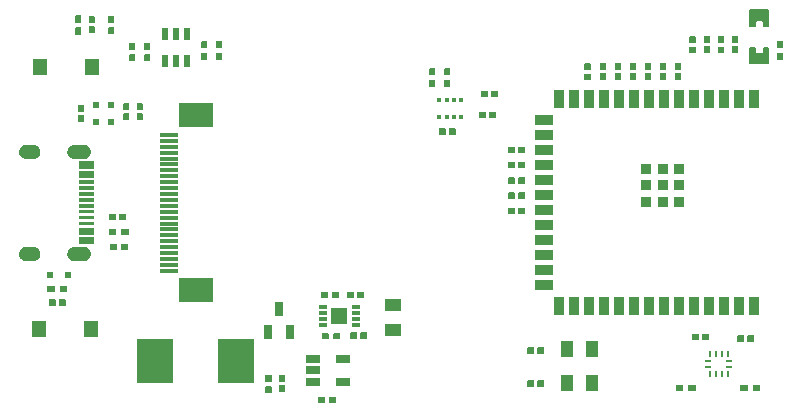
<source format=gtp>
G04 Layer: TopPasteMaskLayer*
G04 EasyEDA v6.5.23, 2023-06-17 09:45:11*
G04 36c83109d75f48428eebd667f423d1d4,0a61cb7f7b51421fbede6d33e3e5ec82,10*
G04 Gerber Generator version 0.2*
G04 Scale: 100 percent, Rotated: No, Reflected: No *
G04 Dimensions in inches *
G04 leading zeros omitted , absolute positions ,3 integer and 6 decimal *
%FSLAX36Y36*%
%MOIN*%

%AMMACRO1*21,1,$1,$2,0,0,$3*%
%ADD10R,0.0197X0.0110*%
%ADD11R,0.0110X0.0197*%
%ADD12R,0.0157X0.0161*%
%ADD13R,0.0179X0.0161*%
%ADD14R,0.1193X0.1504*%
%ADD15R,0.0236X0.0236*%
%ADD16MACRO1,0.0394X0.0551X90.0000*%
%ADD17R,0.0551X0.0394*%
%ADD18R,0.0394X0.0551*%
%ADD19R,0.0591X0.0118*%
%ADD20MACRO1,0.0118X0.0591X-90.0000*%
%ADD21R,0.1181X0.0787*%
%ADD22R,0.0354X0.0591*%
%ADD23R,0.0591X0.0354*%
%ADD24R,0.0354X0.0354*%
%ADD25MACRO1,0.0262X0.011X0.0000*%
%ADD26MACRO1,0.0512X0.0551X0.0000*%
%ADD27R,0.0276X0.0492*%
%ADD28MACRO1,0.0245X0.0435X-90.0000*%
%ADD29R,0.0209X0.0422*%
%ADD30MACRO1,0.0535X0.0484X-90.0000*%
%ADD31R,0.0484X0.0535*%
%ADD32R,0.0145X0.0535*%

%LPD*%
G36*
X2729840Y1460820D02*
G01*
X2727880Y1458860D01*
X2727880Y1441140D01*
X2729840Y1439180D01*
X2750700Y1439180D01*
X2752679Y1441140D01*
X2752679Y1458860D01*
X2750700Y1460820D01*
G37*
G36*
X2689300Y1460820D02*
G01*
X2687320Y1458860D01*
X2687320Y1441140D01*
X2689300Y1439180D01*
X2710160Y1439180D01*
X2712120Y1441140D01*
X2712120Y1458860D01*
X2710160Y1460820D01*
G37*
G36*
X1701140Y2515700D02*
G01*
X1699180Y2513740D01*
X1699180Y2494840D01*
X1701140Y2492080D01*
X1718860Y2492080D01*
X1720820Y2494840D01*
X1720820Y2513740D01*
X1718860Y2515700D01*
G37*
G36*
X1701140Y2477920D02*
G01*
X1699180Y2475160D01*
X1699180Y2456260D01*
X1701140Y2454300D01*
X1718860Y2454300D01*
X1720820Y2456260D01*
X1720820Y2475160D01*
X1718860Y2477920D01*
G37*
G36*
X1651140Y2515700D02*
G01*
X1649180Y2513740D01*
X1649180Y2494840D01*
X1651140Y2492080D01*
X1668860Y2492080D01*
X1670820Y2494840D01*
X1670820Y2513740D01*
X1668860Y2515700D01*
G37*
G36*
X1651140Y2477920D02*
G01*
X1649180Y2475160D01*
X1649180Y2456260D01*
X1651140Y2454300D01*
X1668860Y2454300D01*
X1670820Y2456260D01*
X1670820Y2475160D01*
X1668860Y2477920D01*
G37*
G36*
X1683400Y2315640D02*
G01*
X1681819Y2314060D01*
X1681819Y2295940D01*
X1683400Y2294360D01*
X1703100Y2294360D01*
X1704680Y2295940D01*
X1704680Y2314060D01*
X1703100Y2315640D01*
G37*
G36*
X1716900Y2315640D02*
G01*
X1715320Y2314060D01*
X1715320Y2295940D01*
X1716900Y2294360D01*
X1736600Y2294360D01*
X1738180Y2295940D01*
X1738180Y2314060D01*
X1736600Y2315640D01*
G37*
G36*
X1856900Y2440640D02*
G01*
X1855320Y2439060D01*
X1855320Y2420940D01*
X1856900Y2419360D01*
X1876600Y2419360D01*
X1878180Y2420940D01*
X1878180Y2439060D01*
X1876600Y2440640D01*
G37*
G36*
X1823400Y2440640D02*
G01*
X1821819Y2439060D01*
X1821819Y2420940D01*
X1823400Y2419360D01*
X1843100Y2419360D01*
X1844680Y2420940D01*
X1844680Y2439060D01*
X1843100Y2440640D01*
G37*
G36*
X1851900Y2370640D02*
G01*
X1850320Y2369060D01*
X1850320Y2350940D01*
X1851900Y2349360D01*
X1871600Y2349360D01*
X1873180Y2350940D01*
X1873180Y2369060D01*
X1871600Y2370640D01*
G37*
G36*
X1818400Y2370640D02*
G01*
X1816819Y2369060D01*
X1816819Y2350940D01*
X1818400Y2349360D01*
X1838100Y2349360D01*
X1839680Y2350940D01*
X1839680Y2369060D01*
X1838100Y2370640D01*
G37*
G36*
X2474300Y1460820D02*
G01*
X2472320Y1458860D01*
X2472320Y1441140D01*
X2474300Y1439180D01*
X2495160Y1439180D01*
X2497120Y1441140D01*
X2497120Y1458860D01*
X2495160Y1460820D01*
G37*
G36*
X2514840Y1460820D02*
G01*
X2512880Y1458860D01*
X2512880Y1441140D01*
X2514840Y1439180D01*
X2535700Y1439180D01*
X2537680Y1441140D01*
X2537680Y1458860D01*
X2535700Y1460820D01*
G37*
G36*
X2711900Y1625640D02*
G01*
X2710320Y1624060D01*
X2710320Y1605940D01*
X2711900Y1604360D01*
X2731600Y1604360D01*
X2733180Y1605940D01*
X2733180Y1624060D01*
X2731600Y1625640D01*
G37*
G36*
X2678399Y1625640D02*
G01*
X2676820Y1624060D01*
X2676820Y1605940D01*
X2678399Y1604360D01*
X2698100Y1604360D01*
X2699680Y1605940D01*
X2699680Y1624060D01*
X2698100Y1625640D01*
G37*
G36*
X2528400Y1630640D02*
G01*
X2526820Y1629060D01*
X2526820Y1610940D01*
X2528400Y1609360D01*
X2548100Y1609360D01*
X2549680Y1610940D01*
X2549680Y1629060D01*
X2548100Y1630640D01*
G37*
G36*
X2561900Y1630640D02*
G01*
X2560320Y1629060D01*
X2560320Y1610940D01*
X2561900Y1609360D01*
X2581600Y1609360D01*
X2583180Y1610940D01*
X2583180Y1629060D01*
X2581600Y1630640D01*
G37*
G36*
X419840Y1790820D02*
G01*
X417879Y1788860D01*
X417879Y1771140D01*
X419840Y1769180D01*
X440700Y1769180D01*
X442680Y1771140D01*
X442680Y1788860D01*
X440700Y1790820D01*
G37*
G36*
X379300Y1790820D02*
G01*
X377320Y1788860D01*
X377320Y1771140D01*
X379300Y1769180D01*
X400160Y1769180D01*
X402120Y1771140D01*
X402120Y1788860D01*
X400160Y1790820D01*
G37*
G36*
X2811139Y2567120D02*
G01*
X2809180Y2565160D01*
X2809180Y2544300D01*
X2811139Y2542320D01*
X2828860Y2542320D01*
X2830820Y2544300D01*
X2830820Y2565160D01*
X2828860Y2567120D01*
G37*
G36*
X2811139Y2607679D02*
G01*
X2809180Y2605700D01*
X2809180Y2584840D01*
X2811139Y2582880D01*
X2828860Y2582880D01*
X2830820Y2584840D01*
X2830820Y2605700D01*
X2828860Y2607679D01*
G37*
G36*
X624840Y1980820D02*
G01*
X622880Y1978860D01*
X622880Y1961140D01*
X624840Y1959180D01*
X645699Y1959180D01*
X647680Y1961140D01*
X647680Y1978860D01*
X645699Y1980820D01*
G37*
G36*
X584300Y1980820D02*
G01*
X582320Y1978860D01*
X582320Y1961140D01*
X584300Y1959180D01*
X605160Y1959180D01*
X607120Y1961140D01*
X607120Y1978860D01*
X605160Y1980820D01*
G37*
G36*
X941140Y2567120D02*
G01*
X939180Y2565160D01*
X939180Y2544300D01*
X941140Y2542320D01*
X958860Y2542320D01*
X960819Y2544300D01*
X960819Y2565160D01*
X958860Y2567120D01*
G37*
G36*
X941140Y2607679D02*
G01*
X939180Y2605700D01*
X939180Y2584840D01*
X941140Y2582880D01*
X958860Y2582880D01*
X960819Y2584840D01*
X960819Y2605700D01*
X958860Y2607679D01*
G37*
G36*
X471140Y2652120D02*
G01*
X469180Y2650160D01*
X469180Y2629300D01*
X471140Y2627320D01*
X488860Y2627320D01*
X490820Y2629300D01*
X490820Y2650160D01*
X488860Y2652120D01*
G37*
G36*
X471140Y2692679D02*
G01*
X469180Y2690700D01*
X469180Y2669840D01*
X471140Y2667880D01*
X488860Y2667880D01*
X490820Y2669840D01*
X490820Y2690700D01*
X488860Y2692679D01*
G37*
G36*
X1329840Y1770820D02*
G01*
X1327080Y1768860D01*
X1327080Y1751140D01*
X1329840Y1749180D01*
X1348740Y1749180D01*
X1350700Y1751140D01*
X1350700Y1768860D01*
X1348740Y1770820D01*
G37*
G36*
X1291260Y1770820D02*
G01*
X1289300Y1768860D01*
X1289300Y1751140D01*
X1291260Y1749180D01*
X1310160Y1749180D01*
X1312920Y1751140D01*
X1312920Y1768860D01*
X1310160Y1770820D01*
G37*
G36*
X1332380Y1633220D02*
G01*
X1329620Y1631260D01*
X1329620Y1613540D01*
X1332380Y1611560D01*
X1351279Y1611560D01*
X1353240Y1613540D01*
X1353240Y1631260D01*
X1351279Y1633220D01*
G37*
G36*
X1293800Y1633220D02*
G01*
X1291840Y1631260D01*
X1291840Y1613540D01*
X1293800Y1611560D01*
X1312700Y1611560D01*
X1315460Y1613540D01*
X1315460Y1631260D01*
X1312700Y1633220D01*
G37*
G36*
X891140Y2605700D02*
G01*
X889180Y2603740D01*
X889180Y2584840D01*
X891140Y2582080D01*
X908860Y2582080D01*
X910819Y2584840D01*
X910819Y2603740D01*
X908860Y2605700D01*
G37*
G36*
X891140Y2567919D02*
G01*
X889180Y2565160D01*
X889180Y2546260D01*
X891140Y2544300D01*
X908860Y2544300D01*
X910819Y2546260D01*
X910819Y2565160D01*
X908860Y2567919D01*
G37*
G36*
X701140Y2600700D02*
G01*
X699180Y2598740D01*
X699180Y2579840D01*
X701140Y2577080D01*
X718860Y2577080D01*
X720819Y2579840D01*
X720819Y2598740D01*
X718860Y2600700D01*
G37*
G36*
X701140Y2562919D02*
G01*
X699180Y2560160D01*
X699180Y2541260D01*
X701140Y2539300D01*
X718860Y2539300D01*
X720819Y2541260D01*
X720819Y2560160D01*
X718860Y2562919D01*
G37*
G36*
X581140Y2690700D02*
G01*
X579180Y2688740D01*
X579180Y2669840D01*
X581140Y2667080D01*
X598860Y2667080D01*
X600820Y2669840D01*
X600820Y2688740D01*
X598860Y2690700D01*
G37*
G36*
X581140Y2652919D02*
G01*
X579180Y2650160D01*
X579180Y2631259D01*
X581140Y2629300D01*
X598860Y2629300D01*
X600820Y2631259D01*
X600820Y2650160D01*
X598860Y2652919D01*
G37*
G36*
X651140Y2600700D02*
G01*
X649180Y2598740D01*
X649180Y2579840D01*
X651140Y2577080D01*
X668860Y2577080D01*
X670819Y2579840D01*
X670819Y2598740D01*
X668860Y2600700D01*
G37*
G36*
X651140Y2562919D02*
G01*
X649180Y2560160D01*
X649180Y2541260D01*
X651140Y2539300D01*
X668860Y2539300D01*
X670819Y2541260D01*
X670819Y2560160D01*
X668860Y2562919D01*
G37*
G36*
X586260Y1930820D02*
G01*
X584300Y1928860D01*
X584300Y1911140D01*
X586260Y1909180D01*
X605160Y1909180D01*
X607920Y1911140D01*
X607920Y1928860D01*
X605160Y1930820D01*
G37*
G36*
X624840Y1930820D02*
G01*
X622080Y1928860D01*
X622080Y1911140D01*
X624840Y1909180D01*
X643740Y1909180D01*
X645699Y1911140D01*
X645699Y1928860D01*
X643740Y1930820D01*
G37*
G36*
X1104580Y1456220D02*
G01*
X1102620Y1453460D01*
X1102620Y1434560D01*
X1104580Y1432600D01*
X1122300Y1432600D01*
X1124280Y1434560D01*
X1124280Y1453460D01*
X1122300Y1456220D01*
G37*
G36*
X1104580Y1494019D02*
G01*
X1102620Y1492040D01*
X1102620Y1473140D01*
X1104580Y1470400D01*
X1122300Y1470400D01*
X1124280Y1473140D01*
X1124280Y1492040D01*
X1122300Y1494019D01*
G37*
G36*
X1281260Y1420820D02*
G01*
X1279300Y1418860D01*
X1279300Y1401140D01*
X1281260Y1399180D01*
X1300160Y1399180D01*
X1302920Y1401140D01*
X1302920Y1418860D01*
X1300160Y1420820D01*
G37*
G36*
X1319840Y1420820D02*
G01*
X1317080Y1418860D01*
X1317080Y1401140D01*
X1319840Y1399180D01*
X1338740Y1399180D01*
X1340700Y1401140D01*
X1340700Y1418860D01*
X1338740Y1420820D01*
G37*
G36*
X2719920Y2586540D02*
G01*
X2715980Y2582600D01*
X2715980Y2532000D01*
X2719920Y2528080D01*
X2780080Y2528080D01*
X2784020Y2532000D01*
X2784020Y2582600D01*
X2780080Y2586540D01*
X2765500Y2586540D01*
X2761560Y2582600D01*
X2761560Y2570600D01*
X2757620Y2566660D01*
X2742380Y2566660D01*
X2738440Y2570600D01*
X2738440Y2582600D01*
X2734500Y2586540D01*
G37*
G36*
X2719920Y2711920D02*
G01*
X2715980Y2708000D01*
X2715980Y2657400D01*
X2719920Y2653460D01*
X2734500Y2653460D01*
X2738440Y2657400D01*
X2738440Y2669400D01*
X2742380Y2673340D01*
X2757620Y2673340D01*
X2761560Y2669400D01*
X2761560Y2657400D01*
X2765500Y2653460D01*
X2780080Y2653460D01*
X2784020Y2657400D01*
X2784020Y2708000D01*
X2780080Y2711920D01*
G37*
G36*
X616880Y2030640D02*
G01*
X615320Y2029060D01*
X615320Y2010940D01*
X616880Y2009360D01*
X636600Y2009360D01*
X638180Y2010940D01*
X638180Y2029060D01*
X636600Y2030640D01*
G37*
G36*
X583400Y2030640D02*
G01*
X581820Y2029060D01*
X581820Y2010940D01*
X583400Y2009360D01*
X603120Y2009360D01*
X604680Y2010940D01*
X604680Y2029060D01*
X603120Y2030640D01*
G37*
G36*
X480940Y2359680D02*
G01*
X479360Y2358120D01*
X479360Y2338400D01*
X480940Y2336820D01*
X499060Y2336820D01*
X500640Y2338400D01*
X500640Y2358120D01*
X499060Y2359680D01*
G37*
G36*
X480940Y2393180D02*
G01*
X479360Y2391600D01*
X479360Y2371880D01*
X480940Y2370320D01*
X499060Y2370320D01*
X500640Y2371880D01*
X500640Y2391600D01*
X499060Y2393180D01*
G37*
G36*
X515940Y2688180D02*
G01*
X514360Y2686600D01*
X514360Y2666880D01*
X515940Y2665320D01*
X534060Y2665320D01*
X535640Y2666880D01*
X535640Y2686600D01*
X534060Y2688180D01*
G37*
G36*
X515940Y2654680D02*
G01*
X514360Y2653120D01*
X514360Y2633399D01*
X515940Y2631820D01*
X534060Y2631820D01*
X535640Y2633399D01*
X535640Y2653120D01*
X534060Y2654680D01*
G37*
G36*
X2613060Y2621480D02*
G01*
X2611480Y2619900D01*
X2611480Y2600200D01*
X2613060Y2598620D01*
X2631160Y2598620D01*
X2632740Y2600200D01*
X2632740Y2619900D01*
X2631160Y2621480D01*
G37*
G36*
X2613060Y2587980D02*
G01*
X2611480Y2586420D01*
X2611480Y2566700D01*
X2613060Y2565120D01*
X2631160Y2565120D01*
X2632740Y2566700D01*
X2632740Y2586420D01*
X2631160Y2587980D01*
G37*
G36*
X2518060Y2621480D02*
G01*
X2516480Y2619900D01*
X2516480Y2600200D01*
X2518060Y2598620D01*
X2536160Y2598620D01*
X2537740Y2600200D01*
X2537740Y2619900D01*
X2536160Y2621480D01*
G37*
G36*
X2518060Y2587980D02*
G01*
X2516480Y2586420D01*
X2516480Y2566700D01*
X2518060Y2565120D01*
X2536160Y2565120D01*
X2537740Y2566700D01*
X2537740Y2586420D01*
X2536160Y2587980D01*
G37*
G36*
X2470940Y2533180D02*
G01*
X2469360Y2531600D01*
X2469360Y2511880D01*
X2470940Y2510320D01*
X2489060Y2510320D01*
X2490640Y2511880D01*
X2490640Y2531600D01*
X2489060Y2533180D01*
G37*
G36*
X2470940Y2499680D02*
G01*
X2469360Y2498120D01*
X2469360Y2478400D01*
X2470940Y2476820D01*
X2489060Y2476820D01*
X2490640Y2478400D01*
X2490640Y2498120D01*
X2489060Y2499680D01*
G37*
G36*
X2420940Y2533180D02*
G01*
X2419360Y2531600D01*
X2419360Y2511880D01*
X2420940Y2510320D01*
X2439060Y2510320D01*
X2440640Y2511880D01*
X2440640Y2531600D01*
X2439060Y2533180D01*
G37*
G36*
X2420940Y2499680D02*
G01*
X2419360Y2498120D01*
X2419360Y2478400D01*
X2420940Y2476820D01*
X2439060Y2476820D01*
X2440640Y2478400D01*
X2440640Y2498120D01*
X2439060Y2499680D01*
G37*
G36*
X2370940Y2533180D02*
G01*
X2369360Y2531600D01*
X2369360Y2511880D01*
X2370940Y2510320D01*
X2389060Y2510320D01*
X2390640Y2511880D01*
X2390640Y2531600D01*
X2389060Y2533180D01*
G37*
G36*
X2370940Y2499680D02*
G01*
X2369360Y2498120D01*
X2369360Y2478400D01*
X2370940Y2476820D01*
X2389060Y2476820D01*
X2390640Y2478400D01*
X2390640Y2498120D01*
X2389060Y2499680D01*
G37*
G36*
X1913400Y2050640D02*
G01*
X1911819Y2049060D01*
X1911819Y2030940D01*
X1913400Y2029360D01*
X1933100Y2029360D01*
X1934680Y2030940D01*
X1934680Y2049060D01*
X1933100Y2050640D01*
G37*
G36*
X1946900Y2050640D02*
G01*
X1945320Y2049060D01*
X1945320Y2030940D01*
X1946900Y2029360D01*
X1966600Y2029360D01*
X1968180Y2030940D01*
X1968180Y2049060D01*
X1966600Y2050640D01*
G37*
G36*
X1915520Y2203940D02*
G01*
X1913940Y2202360D01*
X1913940Y2184260D01*
X1915520Y2182680D01*
X1935220Y2182680D01*
X1936800Y2184260D01*
X1936800Y2202360D01*
X1935220Y2203940D01*
G37*
G36*
X1949000Y2203940D02*
G01*
X1947420Y2202360D01*
X1947420Y2184260D01*
X1949000Y2182680D01*
X1968720Y2182680D01*
X1970280Y2184260D01*
X1970280Y2202360D01*
X1968720Y2203940D01*
G37*
G36*
X1914400Y2151640D02*
G01*
X1912820Y2150060D01*
X1912820Y2131940D01*
X1914400Y2130360D01*
X1934120Y2130360D01*
X1935680Y2131940D01*
X1935680Y2150060D01*
X1934120Y2151640D01*
G37*
G36*
X1947880Y2151640D02*
G01*
X1946320Y2150060D01*
X1946320Y2131940D01*
X1947880Y2130360D01*
X1967600Y2130360D01*
X1969180Y2131940D01*
X1969180Y2150060D01*
X1967600Y2151640D01*
G37*
G36*
X1914400Y2101640D02*
G01*
X1912820Y2100060D01*
X1912820Y2081940D01*
X1914400Y2080360D01*
X1934120Y2080360D01*
X1935680Y2081940D01*
X1935680Y2100060D01*
X1934120Y2101640D01*
G37*
G36*
X1947880Y2101640D02*
G01*
X1946320Y2100060D01*
X1946320Y2081940D01*
X1947880Y2080360D01*
X1967600Y2080360D01*
X1969180Y2081940D01*
X1969180Y2100060D01*
X1967600Y2101640D01*
G37*
G36*
X2220940Y2533180D02*
G01*
X2219360Y2531600D01*
X2219360Y2511880D01*
X2220940Y2510320D01*
X2239060Y2510320D01*
X2240640Y2511880D01*
X2240640Y2531600D01*
X2239060Y2533180D01*
G37*
G36*
X2220940Y2499680D02*
G01*
X2219360Y2498120D01*
X2219360Y2478400D01*
X2220940Y2476820D01*
X2239060Y2476820D01*
X2240640Y2478400D01*
X2240640Y2498120D01*
X2239060Y2499680D01*
G37*
G36*
X2270940Y2533180D02*
G01*
X2269360Y2531600D01*
X2269360Y2511880D01*
X2270940Y2510320D01*
X2289060Y2510320D01*
X2290640Y2511880D01*
X2290640Y2531600D01*
X2289060Y2533180D01*
G37*
G36*
X2270940Y2499680D02*
G01*
X2269360Y2498120D01*
X2269360Y2478400D01*
X2270940Y2476820D01*
X2289060Y2476820D01*
X2290640Y2478400D01*
X2290640Y2498120D01*
X2289060Y2499680D01*
G37*
G36*
X2320940Y2533180D02*
G01*
X2319360Y2531600D01*
X2319360Y2511880D01*
X2320940Y2510320D01*
X2339060Y2510320D01*
X2340640Y2511880D01*
X2340640Y2531600D01*
X2339060Y2533180D01*
G37*
G36*
X2320940Y2499680D02*
G01*
X2319360Y2498120D01*
X2319360Y2478400D01*
X2320940Y2476820D01*
X2339060Y2476820D01*
X2340640Y2478400D01*
X2340640Y2498120D01*
X2339060Y2499680D01*
G37*
G36*
X1915520Y2253940D02*
G01*
X1913940Y2252360D01*
X1913940Y2234260D01*
X1915520Y2232680D01*
X1935220Y2232680D01*
X1936800Y2234260D01*
X1936800Y2252360D01*
X1935220Y2253940D01*
G37*
G36*
X1949000Y2253940D02*
G01*
X1947420Y2252360D01*
X1947420Y2234260D01*
X1949000Y2232680D01*
X1968720Y2232680D01*
X1970280Y2234260D01*
X1970280Y2252360D01*
X1968720Y2253940D01*
G37*
G36*
X2168060Y2531480D02*
G01*
X2166480Y2529900D01*
X2166480Y2510200D01*
X2168060Y2508620D01*
X2186160Y2508620D01*
X2187740Y2510200D01*
X2187740Y2529900D01*
X2186160Y2531480D01*
G37*
G36*
X2168060Y2497980D02*
G01*
X2166480Y2496420D01*
X2166480Y2476700D01*
X2168060Y2475120D01*
X2186160Y2475120D01*
X2187740Y2476700D01*
X2187740Y2496420D01*
X2186160Y2497980D01*
G37*
G36*
X2660940Y2623180D02*
G01*
X2659360Y2621600D01*
X2659360Y2601880D01*
X2660940Y2600320D01*
X2679060Y2600320D01*
X2680640Y2601880D01*
X2680640Y2621600D01*
X2679060Y2623180D01*
G37*
G36*
X2660940Y2589680D02*
G01*
X2659360Y2588120D01*
X2659360Y2568399D01*
X2660940Y2566820D01*
X2679060Y2566820D01*
X2680640Y2568399D01*
X2680640Y2588120D01*
X2679060Y2589680D01*
G37*
G36*
X2565940Y2623180D02*
G01*
X2564360Y2621600D01*
X2564360Y2601880D01*
X2565940Y2600320D01*
X2584060Y2600320D01*
X2585640Y2601880D01*
X2585640Y2621600D01*
X2584060Y2623180D01*
G37*
G36*
X2565940Y2589680D02*
G01*
X2564360Y2588120D01*
X2564360Y2568399D01*
X2565940Y2566820D01*
X2584060Y2566820D01*
X2585640Y2568399D01*
X2585640Y2588120D01*
X2584060Y2589680D01*
G37*
G36*
X1421900Y1635640D02*
G01*
X1420320Y1634060D01*
X1420320Y1615940D01*
X1421900Y1614360D01*
X1441600Y1614360D01*
X1443180Y1615940D01*
X1443180Y1634060D01*
X1441600Y1635640D01*
G37*
G36*
X1388400Y1635640D02*
G01*
X1386819Y1634060D01*
X1386819Y1615940D01*
X1388400Y1614360D01*
X1408100Y1614360D01*
X1409680Y1615940D01*
X1409680Y1634060D01*
X1408100Y1635640D01*
G37*
G36*
X1378400Y1770640D02*
G01*
X1376819Y1769060D01*
X1376819Y1750940D01*
X1378400Y1749360D01*
X1398100Y1749360D01*
X1399680Y1750940D01*
X1399680Y1769060D01*
X1398100Y1770640D01*
G37*
G36*
X1411900Y1770640D02*
G01*
X1410320Y1769060D01*
X1410320Y1750940D01*
X1411900Y1749360D01*
X1431600Y1749360D01*
X1433180Y1750940D01*
X1433180Y1769060D01*
X1431600Y1770640D01*
G37*
G36*
X630940Y2364680D02*
G01*
X629360Y2363120D01*
X629360Y2343400D01*
X630940Y2341820D01*
X649060Y2341820D01*
X650639Y2343400D01*
X650639Y2363120D01*
X649060Y2364680D01*
G37*
G36*
X630940Y2398180D02*
G01*
X629360Y2396600D01*
X629360Y2376880D01*
X630940Y2375320D01*
X649060Y2375320D01*
X650639Y2376880D01*
X650639Y2396600D01*
X649060Y2398180D01*
G37*
G36*
X675939Y2364680D02*
G01*
X674360Y2363120D01*
X674360Y2343400D01*
X675939Y2341820D01*
X694060Y2341820D01*
X695639Y2343400D01*
X695639Y2363120D01*
X694060Y2364680D01*
G37*
G36*
X675939Y2398180D02*
G01*
X674360Y2396600D01*
X674360Y2376880D01*
X675939Y2375320D01*
X694060Y2375320D01*
X695639Y2376880D01*
X695639Y2396600D01*
X694060Y2398180D01*
G37*
G36*
X416880Y1745640D02*
G01*
X415319Y1744060D01*
X415319Y1725940D01*
X416880Y1724360D01*
X436599Y1724360D01*
X438180Y1725940D01*
X438180Y1744060D01*
X436599Y1745640D01*
G37*
G36*
X383400Y1745640D02*
G01*
X381820Y1744060D01*
X381820Y1725940D01*
X383400Y1724360D01*
X403120Y1724360D01*
X404680Y1725940D01*
X404680Y1744060D01*
X403120Y1745640D01*
G37*
G36*
X1150940Y1493180D02*
G01*
X1149360Y1491600D01*
X1149360Y1471879D01*
X1150940Y1470320D01*
X1169060Y1470320D01*
X1170640Y1471879D01*
X1170640Y1491600D01*
X1169060Y1493180D01*
G37*
G36*
X1150940Y1459680D02*
G01*
X1149360Y1458120D01*
X1149360Y1438400D01*
X1150940Y1436819D01*
X1169060Y1436819D01*
X1170640Y1438400D01*
X1170640Y1458120D01*
X1169060Y1459680D01*
G37*
G36*
X2011900Y1475640D02*
G01*
X2010320Y1474060D01*
X2010320Y1455940D01*
X2011900Y1454360D01*
X2031600Y1454360D01*
X2033180Y1455940D01*
X2033180Y1474060D01*
X2031600Y1475640D01*
G37*
G36*
X1978400Y1475640D02*
G01*
X1976819Y1474060D01*
X1976819Y1455940D01*
X1978400Y1454360D01*
X1998100Y1454360D01*
X1999680Y1455940D01*
X1999680Y1474060D01*
X1998100Y1475640D01*
G37*
G36*
X2011900Y1585640D02*
G01*
X2010320Y1584060D01*
X2010320Y1565940D01*
X2011900Y1564360D01*
X2031600Y1564360D01*
X2033180Y1565940D01*
X2033180Y1584060D01*
X2031600Y1585640D01*
G37*
G36*
X1978400Y1585640D02*
G01*
X1976819Y1584060D01*
X1976819Y1565940D01*
X1978400Y1564360D01*
X1998100Y1564360D01*
X1999680Y1565940D01*
X1999680Y1584060D01*
X1998100Y1585640D01*
G37*
G36*
X467120Y2260620D02*
G01*
X464780Y2260500D01*
X462440Y2260160D01*
X460160Y2259580D01*
X457960Y2258780D01*
X455840Y2257760D01*
X453820Y2256520D01*
X451940Y2255100D01*
X450220Y2253500D01*
X448660Y2251740D01*
X447280Y2249820D01*
X446100Y2247780D01*
X445140Y2245640D01*
X444380Y2243400D01*
X443860Y2241100D01*
X443579Y2238760D01*
X443519Y2236420D01*
X443680Y2234060D01*
X444099Y2231740D01*
X444739Y2229480D01*
X445600Y2227280D01*
X446659Y2225200D01*
X447939Y2223220D01*
X449420Y2221380D01*
X451060Y2219680D01*
X452860Y2218180D01*
X454820Y2216840D01*
X456880Y2215720D01*
X459040Y2214800D01*
X461300Y2214120D01*
X463600Y2213640D01*
X465940Y2213420D01*
X498620Y2213380D01*
X500980Y2213500D01*
X503300Y2213860D01*
X505580Y2214440D01*
X507800Y2215240D01*
X509920Y2216260D01*
X511940Y2217480D01*
X513800Y2218900D01*
X515540Y2220520D01*
X517100Y2222280D01*
X518459Y2224180D01*
X519640Y2226220D01*
X520620Y2228380D01*
X521360Y2230600D01*
X521880Y2232900D01*
X522180Y2235240D01*
X522239Y2237600D01*
X522060Y2239940D01*
X521659Y2242260D01*
X521019Y2244520D01*
X520160Y2246720D01*
X519080Y2248820D01*
X517800Y2250800D01*
X516340Y2252640D01*
X514700Y2254320D01*
X512879Y2255840D01*
X510940Y2257160D01*
X508880Y2258280D01*
X506700Y2259200D01*
X504460Y2259900D01*
X502140Y2260360D01*
X499799Y2260600D01*
G37*
G36*
X467120Y1920460D02*
G01*
X464780Y1920340D01*
X462440Y1920000D01*
X460160Y1919420D01*
X457960Y1918620D01*
X455840Y1917600D01*
X453820Y1916360D01*
X451940Y1914940D01*
X450220Y1913340D01*
X448660Y1911579D01*
X447280Y1909660D01*
X446100Y1907620D01*
X445140Y1905480D01*
X444380Y1903240D01*
X443860Y1900940D01*
X443579Y1898600D01*
X443519Y1896260D01*
X443680Y1893899D01*
X444099Y1891579D01*
X444739Y1889319D01*
X445600Y1887140D01*
X446659Y1885040D01*
X447939Y1883060D01*
X449420Y1881220D01*
X451060Y1879520D01*
X452860Y1878020D01*
X454820Y1876680D01*
X456880Y1875560D01*
X459040Y1874640D01*
X461300Y1873959D01*
X463600Y1873480D01*
X465940Y1873260D01*
X498620Y1873220D01*
X500980Y1873340D01*
X503300Y1873700D01*
X505580Y1874280D01*
X507800Y1875080D01*
X509920Y1876100D01*
X511940Y1877320D01*
X513800Y1878740D01*
X515540Y1880360D01*
X517100Y1882120D01*
X518459Y1884019D01*
X519640Y1886060D01*
X520620Y1888220D01*
X521360Y1890440D01*
X521880Y1892740D01*
X522180Y1895080D01*
X522239Y1897440D01*
X522060Y1899780D01*
X521659Y1902100D01*
X521019Y1904360D01*
X520160Y1906560D01*
X519080Y1908660D01*
X517800Y1910640D01*
X516340Y1912480D01*
X514700Y1914160D01*
X512879Y1915680D01*
X510940Y1917000D01*
X508880Y1918120D01*
X506700Y1919040D01*
X504460Y1919740D01*
X502140Y1920200D01*
X499799Y1920440D01*
G37*
G36*
X306500Y2260620D02*
G01*
X304140Y2260500D01*
X301820Y2260160D01*
X299540Y2259580D01*
X297320Y2258780D01*
X295200Y2257760D01*
X293180Y2256520D01*
X291300Y2255100D01*
X289580Y2253500D01*
X288020Y2251740D01*
X286660Y2249820D01*
X285480Y2247780D01*
X284500Y2245640D01*
X283760Y2243400D01*
X283240Y2241100D01*
X282940Y2238760D01*
X282880Y2236420D01*
X283060Y2234060D01*
X283460Y2231740D01*
X284100Y2229480D01*
X284960Y2227280D01*
X286040Y2225200D01*
X287320Y2223220D01*
X288780Y2221380D01*
X290420Y2219680D01*
X292240Y2218180D01*
X294180Y2216840D01*
X296240Y2215720D01*
X298420Y2214800D01*
X300660Y2214120D01*
X302980Y2213640D01*
X305320Y2213420D01*
X330120Y2213380D01*
X332460Y2213500D01*
X334799Y2213860D01*
X337080Y2214440D01*
X339300Y2215240D01*
X341420Y2216260D01*
X343420Y2217480D01*
X345300Y2218900D01*
X347020Y2220520D01*
X348579Y2222280D01*
X349960Y2224180D01*
X351140Y2226220D01*
X352100Y2228380D01*
X352860Y2230600D01*
X353380Y2232900D01*
X353680Y2235240D01*
X353740Y2237600D01*
X353560Y2239940D01*
X353140Y2242260D01*
X352500Y2244520D01*
X351640Y2246720D01*
X350580Y2248820D01*
X349300Y2250800D01*
X347819Y2252640D01*
X346180Y2254320D01*
X344380Y2255840D01*
X342440Y2257160D01*
X340360Y2258280D01*
X338200Y2259200D01*
X335940Y2259900D01*
X333640Y2260360D01*
X331300Y2260600D01*
G37*
G36*
X306500Y1920460D02*
G01*
X304140Y1920340D01*
X301820Y1920000D01*
X299540Y1919420D01*
X297320Y1918620D01*
X295200Y1917600D01*
X293180Y1916360D01*
X291300Y1914940D01*
X289580Y1913340D01*
X288020Y1911579D01*
X286660Y1909660D01*
X285480Y1907620D01*
X284500Y1905480D01*
X283760Y1903240D01*
X283240Y1900940D01*
X282940Y1898600D01*
X282880Y1896260D01*
X283060Y1893899D01*
X283460Y1891579D01*
X284100Y1889319D01*
X284960Y1887140D01*
X286040Y1885040D01*
X287320Y1883060D01*
X288780Y1881220D01*
X290420Y1879520D01*
X292240Y1878020D01*
X294180Y1876680D01*
X296240Y1875560D01*
X298420Y1874640D01*
X300660Y1873959D01*
X302980Y1873480D01*
X305320Y1873260D01*
X330120Y1873220D01*
X332460Y1873340D01*
X334799Y1873700D01*
X337080Y1874280D01*
X339300Y1875080D01*
X341420Y1876100D01*
X343420Y1877320D01*
X345300Y1878740D01*
X347020Y1880360D01*
X348579Y1882120D01*
X349960Y1884019D01*
X351140Y1886060D01*
X352100Y1888220D01*
X352860Y1890440D01*
X353380Y1892740D01*
X353680Y1895080D01*
X353740Y1897440D01*
X353560Y1899780D01*
X353140Y1902100D01*
X352500Y1904360D01*
X351640Y1906560D01*
X350580Y1908660D01*
X349300Y1910640D01*
X347819Y1912480D01*
X346180Y1914160D01*
X344380Y1915680D01*
X342440Y1917000D01*
X340360Y1918120D01*
X338200Y1919040D01*
X335940Y1919740D01*
X333640Y1920200D01*
X331300Y1920440D01*
G37*
G36*
X482879Y2204720D02*
G01*
X482879Y2181100D01*
X534060Y2181100D01*
X534060Y2204720D01*
G37*
G36*
X482879Y2063000D02*
G01*
X482879Y2051180D01*
X534060Y2051180D01*
X534060Y2063000D01*
G37*
G36*
X482879Y2102360D02*
G01*
X482879Y2090540D01*
X534060Y2090540D01*
X534060Y2102360D01*
G37*
G36*
X482879Y2173220D02*
G01*
X482879Y2149600D01*
X534060Y2149600D01*
X534060Y2173220D01*
G37*
G36*
X482879Y2122040D02*
G01*
X482879Y2110240D01*
X534060Y2110240D01*
X534060Y2122040D01*
G37*
G36*
X482879Y1952760D02*
G01*
X482879Y1929139D01*
X534060Y1929139D01*
X534060Y1952760D01*
G37*
G36*
X482879Y2082680D02*
G01*
X482879Y2070860D01*
X534060Y2070860D01*
X534060Y2082680D01*
G37*
G36*
X482879Y2003940D02*
G01*
X482879Y1992120D01*
X534060Y1992120D01*
X534060Y2003940D01*
G37*
G36*
X482879Y2043300D02*
G01*
X482879Y2031480D01*
X534060Y2031480D01*
X534060Y2043300D01*
G37*
G36*
X482879Y2023640D02*
G01*
X482879Y2011819D01*
X534060Y2011819D01*
X534060Y2023640D01*
G37*
G36*
X482879Y2141740D02*
G01*
X482879Y2129920D01*
X534060Y2129920D01*
X534060Y2141740D01*
G37*
G36*
X482860Y1984240D02*
G01*
X482860Y1960620D01*
X534040Y1960620D01*
X534040Y1984240D01*
G37*
D10*
G01*
X2649449Y1539839D03*
G01*
X2649449Y1520160D03*
D11*
G01*
X2644530Y1495549D03*
G01*
X2624840Y1495549D03*
G01*
X2605159Y1495549D03*
G01*
X2585469Y1495549D03*
D10*
G01*
X2580550Y1520160D03*
G01*
X2580550Y1539839D03*
D11*
G01*
X2585469Y1564450D03*
G01*
X2605159Y1564450D03*
G01*
X2624840Y1564450D03*
G01*
X2644530Y1564450D03*
D12*
G01*
X1732200Y2351649D03*
D13*
G01*
X1757319Y2351649D03*
G01*
X1757319Y2408350D03*
D12*
G01*
X1732200Y2408350D03*
G01*
X1707799Y2351649D03*
G01*
X1707790Y2408350D03*
D13*
G01*
X1682680Y2351649D03*
G01*
X1682680Y2408350D03*
D14*
G01*
X734760Y1540000D03*
G01*
X1005240Y1540000D03*
D15*
G01*
X540000Y2335470D03*
G01*
X540000Y2394529D03*
G01*
X590000Y2335470D03*
G01*
X590000Y2394529D03*
G01*
X444529Y1825000D03*
G01*
X385470Y1825000D03*
D16*
G01*
X1530000Y1643650D03*
D17*
G01*
X1530000Y1726350D03*
D18*
G01*
X2108649Y1465000D03*
G01*
X2191350Y1465000D03*
G01*
X2108649Y1580000D03*
G01*
X2191350Y1580000D03*
D19*
G01*
X782330Y2293110D03*
G01*
X782330Y2273440D03*
G01*
X782330Y2253760D03*
G01*
X782330Y2234070D03*
G01*
X782330Y2214389D03*
G01*
X782330Y2194699D03*
G01*
X782330Y2175019D03*
G01*
X782330Y2155329D03*
G01*
X782330Y2135650D03*
G01*
X782330Y2115960D03*
G01*
X782330Y2096280D03*
G01*
X782330Y2076590D03*
G01*
X782330Y2056909D03*
G01*
X782330Y2037220D03*
G01*
X782280Y2017689D03*
G01*
X782299Y1997880D03*
D20*
G01*
X782345Y1978175D03*
D19*
G01*
X782330Y1958499D03*
G01*
X782330Y1938820D03*
G01*
X782209Y1919050D03*
G01*
X782209Y1899349D03*
G01*
X782209Y1879679D03*
G01*
X782209Y1859980D03*
G01*
X782209Y1840290D03*
D21*
G01*
X871080Y2358299D03*
G01*
X871329Y1775549D03*
D22*
G01*
X2732079Y2411410D03*
G01*
X2682079Y2411410D03*
G01*
X2632079Y2411410D03*
G01*
X2582079Y2411410D03*
G01*
X2532079Y2411410D03*
G01*
X2482079Y2411410D03*
G01*
X2432079Y2411410D03*
G01*
X2382079Y2411410D03*
G01*
X2332079Y2411410D03*
G01*
X2282079Y2411410D03*
G01*
X2232079Y2411410D03*
G01*
X2182079Y2411410D03*
G01*
X2132079Y2411410D03*
G01*
X2082079Y2411410D03*
D23*
G01*
X2031689Y2341920D03*
G01*
X2031689Y2291920D03*
G01*
X2031689Y2241920D03*
G01*
X2031689Y2191920D03*
G01*
X2031689Y2141920D03*
G01*
X2031689Y2091920D03*
G01*
X2031689Y2041920D03*
G01*
X2031689Y1991920D03*
G01*
X2031689Y1941920D03*
G01*
X2031689Y1891920D03*
G01*
X2031689Y1841920D03*
G01*
X2032870Y1791920D03*
D22*
G01*
X2082079Y1722440D03*
G01*
X2132079Y1722440D03*
G01*
X2182079Y1722440D03*
G01*
X2232079Y1722440D03*
G01*
X2282079Y1722440D03*
G01*
X2332079Y1722440D03*
G01*
X2382079Y1722440D03*
G01*
X2432079Y1722440D03*
G01*
X2482079Y1722440D03*
G01*
X2532079Y1722440D03*
G01*
X2582079Y1722440D03*
G01*
X2632079Y1722440D03*
G01*
X2682079Y1722440D03*
G01*
X2732079Y1722440D03*
D24*
G01*
X2373019Y2070870D03*
G01*
X2373019Y2125979D03*
G01*
X2373019Y2181100D03*
G01*
X2483260Y2181100D03*
G01*
X2483260Y2125979D03*
G01*
X2483260Y2070870D03*
G01*
X2428140Y2070870D03*
G01*
X2428140Y2181100D03*
G01*
X2428140Y2125979D03*
D25*
G01*
X1294586Y1719527D03*
G01*
X1294586Y1699842D03*
G01*
X1294586Y1680157D03*
G01*
X1294586Y1660472D03*
G01*
X1405413Y1660472D03*
G01*
X1405413Y1680157D03*
G01*
X1405413Y1699842D03*
G01*
X1405413Y1719527D03*
D26*
G01*
X1350000Y1690000D03*
D27*
G01*
X1112600Y1635630D03*
G01*
X1187399Y1635630D03*
G01*
X1150000Y1714369D03*
D28*
G01*
X1364050Y1470632D03*
G01*
X1364050Y1545414D03*
G01*
X1261687Y1545416D03*
G01*
X1261687Y1508047D03*
G01*
X1261687Y1470633D03*
D29*
G01*
X842399Y2630239D03*
G01*
X805000Y2630239D03*
G01*
X767600Y2630239D03*
G01*
X767600Y2539760D03*
G01*
X805000Y2539760D03*
G01*
X842399Y2539760D03*
D30*
G01*
X353976Y2520000D03*
D31*
G01*
X526019Y2520000D03*
D30*
G01*
X348976Y1645000D03*
D31*
G01*
X521019Y1645000D03*
M02*

</source>
